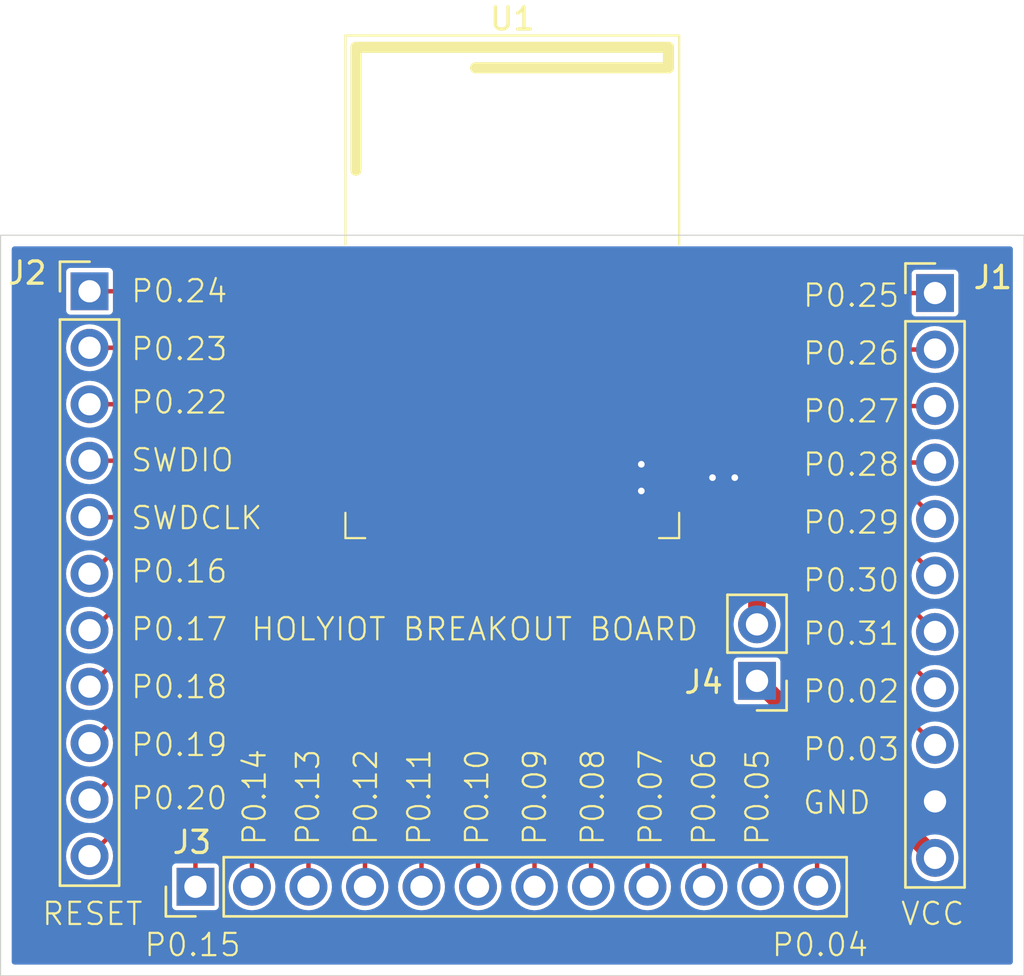
<source format=kicad_pcb>
(kicad_pcb (version 20240108) (generator "pcbnew") (generator_version "8.0")
  (layers (0 "F.Cu" signal) (31 "B.Cu" signal) (34 "B.Paste" user) (35 "F.Paste" user) (36 "B.SilkS" user "B.Silkscreen") (37 "F.SilkS" user "F.Silkscreen") (38 "B.Mask" user) (39 "F.Mask" user) (44 "Edge.Cuts" user))
  (net 0 "")
  (net 1 "/P0.31")
  (net 2 "/P0.28")
  (net 3 "/P0.25")
  (net 4 "/P0.02")
  (net 5 "/GND")
  (net 6 "/VCC")
  (net 7 "/P0.03")
  (net 8 "/P0.26")
  (net 9 "/P0.29")
  (net 10 "/P0.30")
  (net 11 "/P0.27")
  (net 12 "/P0.19")
  (net 13 "/P0.18")
  (net 14 "/SWDIO")
  (net 15 "/P0.24")
  (net 16 "/P0.23")
  (net 17 "/P0.17")
  (net 18 "/SWDCLK")
  (net 19 "/P0.20")
  (net 20 "/P0.21{slash}RESET")
  (net 21 "/P0.16")
  (net 22 "/P0.22")
  (net 23 "/P0.04")
  (net 24 "/P0.11")
  (net 25 "/P0.14")
  (net 26 "/P0.07")
  (net 27 "/P0.09")
  (net 28 "/P0.10")
  (net 29 "/P0.15")
  (net 30 "/P0.08")
  (net 31 "/P0.05")
  (net 32 "/P0.12")
  (net 33 "/P0.13")
  (net 34 "/P0.06")
  (net 35 "Net-(J4-Pin_2)")
  (footprint "Connector_PinHeader_2.54mm:PinHeader_1x11_P2.54mm_Vertical" (layer "F.Cu") (at 162 101.3)
    (property "Reference" "J1" (at 2.6 -0.7 0) (layer "F.SilkS"))
    (property "Value" "HD11")
    (fp_line (start -1.33 -1.33) (end 0 -1.33) (stroke (width 0.12)) (layer "F.SilkS"))
    (fp_line (start -1.33 0) (end -1.33 -1.33) (stroke (width 0.12)) (layer "F.SilkS"))
    (fp_line (start -1.33 1.27) (end -1.33 26.73) (stroke (width 0.12)) (layer "F.SilkS"))
    (fp_line (start -1.33 1.27) (end 1.33 1.27) (stroke (width 0.12)) (layer "F.SilkS"))
    (fp_line (start -1.33 26.73) (end 1.33 26.73) (stroke (width 0.12)) (layer "F.SilkS"))
    (fp_line (start 1.33 1.27) (end 1.33 26.73) (stroke (width 0.12)) (layer "F.SilkS"))
    (pad "1" thru_hole rect (at 0 0) (size 1.7 1.7) (drill 1) (layers "*.Cu" "*.Mask") (net 3 "/P0.25"))
    (pad "2" thru_hole oval (at 0 2.54) (size 1.7 1.7) (drill 1) (layers "*.Cu" "*.Mask") (net 8 "/P0.26"))
    (pad "3" thru_hole oval (at 0 5.08) (size 1.7 1.7) (drill 1) (layers "*.Cu" "*.Mask") (net 11 "/P0.27"))
    (pad "4" thru_hole oval (at 0 7.62) (size 1.7 1.7) (drill 1) (layers "*.Cu" "*.Mask") (net 2 "/P0.28"))
    (pad "5" thru_hole oval (at 0 10.16) (size 1.7 1.7) (drill 1) (layers "*.Cu" "*.Mask") (net 9 "/P0.29"))
    (pad "6" thru_hole oval (at 0 12.7) (size 1.7 1.7) (drill 1) (layers "*.Cu" "*.Mask") (net 10 "/P0.30"))
    (pad "7" thru_hole oval (at 0 15.24) (size 1.7 1.7) (drill 1) (layers "*.Cu" "*.Mask") (net 1 "/P0.31"))
    (pad "8" thru_hole oval (at 0 17.78) (size 1.7 1.7) (drill 1) (layers "*.Cu" "*.Mask") (net 4 "/P0.02"))
    (pad "9" thru_hole oval (at 0 20.32) (size 1.7 1.7) (drill 1) (layers "*.Cu" "*.Mask") (net 7 "/P0.03"))
    (pad "10" thru_hole oval (at 0 22.86) (size 1.7 1.7) (drill 1) (layers "*.Cu" "*.Mask") (net 5 "/GND"))
    (pad "11" thru_hole oval (at 0 25.4) (size 1.7 1.7) (drill 1) (layers "*.Cu" "*.Mask") (net 6 "/VCC"))
  )
  (footprint "Connector_PinHeader_2.54mm:PinHeader_1x02_P2.54mm_Vertical" (layer "F.Cu") (at 154 118.74 180)
    (property "Reference" "J4" (at 2.4 -0.06 180) (layer "F.SilkS"))
    (property "Value" "HD2")
    (fp_line (start 1.33 1.27) (end 1.33 3.87) (stroke (width 0.12)) (layer "F.SilkS"))
    (fp_line (start -1.33 3.87) (end 1.33 3.87) (stroke (width 0.12)) (layer "F.SilkS"))
    (fp_line (start -1.33 1.27) (end 1.33 1.27) (stroke (width 0.12)) (layer "F.SilkS"))
    (fp_line (start -1.33 1.27) (end -1.33 3.87) (stroke (width 0.12)) (layer "F.SilkS"))
    (fp_line (start -1.33 0) (end -1.33 -1.33) (stroke (width 0.12)) (layer "F.SilkS"))
    (fp_line (start -1.33 -1.33) (end 0 -1.33) (stroke (width 0.12)) (layer "F.SilkS"))
    (pad "1" thru_hole rect (at 0 0 180) (size 1.7 1.7) (drill 1) (layers "*.Cu" "*.Mask") (net 6 "/VCC"))
    (pad "2" thru_hole oval (at 0 2.54 180) (size 1.7 1.7) (drill 1) (layers "*.Cu" "*.Mask") (net 35 "Net-(J4-Pin_2)"))
  )
  (footprint "pcb_footprint:holyiot-21043-nrf52810" (layer "F.Cu") (at 143 106)
    (property "Reference" "U1" (at 0 -17.03 0) (layer "F.SilkS"))
    (property "Value" "~")
    (fp_line (start -7.50001 -16.28) (end 7.50001 -16.28) (stroke (width 0.1)) (layer "F.SilkS"))
    (fp_line (start -7.50001 -6.882) (end -7.50001 -16.28) (stroke (width 0.1)) (layer "F.SilkS"))
    (fp_line (start -7.50001 6.32) (end -7.50001 5.183) (stroke (width 0.1)) (layer "F.SilkS"))
    (fp_line (start -7.50001 6.32) (end -6.61101 6.32) (stroke (width 0.1)) (layer "F.SilkS"))
    (fp_line (start -7.02499 -15.75) (end 7.01999 -15.75) (stroke (width 0.5)) (layer "F.SilkS"))
    (fp_line (start -7.02499 -10.225) (end -7.02499 -15.75) (stroke (width 0.5)) (layer "F.SilkS"))
    (fp_line (start -1.65001 -14.83) (end 7.01999 -14.83) (stroke (width 0.5)) (layer "F.SilkS"))
    (fp_line (start 6.59699 6.32) (end 7.50001 6.32) (stroke (width 0.1)) (layer "F.SilkS"))
    (fp_line (start 7.01999 -14.83) (end 7.01999 -15.75) (stroke (width 0.5)) (layer "F.SilkS"))
    (fp_line (start 7.50001 -6.882) (end 7.50001 -16.28) (stroke (width 0.1)) (layer "F.SilkS"))
    (fp_line (start 7.50001 6.32) (end 7.50001 5.183) (stroke (width 0.1)) (layer "F.SilkS"))
    (pad "1" smd rect (at 7.50001 -6.32 90) (size 0.85 1.5) (layers "F.Cu" "F.Paste" "F.Mask") (net 3 "/P0.25"))
    (pad "2" smd rect (at 7.50001 -5.22 90) (size 0.85 1.5) (layers "F.Cu" "F.Paste" "F.Mask") (net 8 "/P0.26"))
    (pad "3" smd rect (at 7.50001 -4.12 90) (size 0.85 1.5) (layers "F.Cu" "F.Paste" "F.Mask") (net 11 "/P0.27"))
    (pad "4" smd rect (at 7.50001 -3.02 90) (size 0.85 1.5) (layers "F.Cu" "F.Paste" "F.Mask") (net 2 "/P0.28"))
    (pad "5" smd rect (at 7.50001 -1.92 90) (size 0.85 1.5) (layers "F.Cu" "F.Paste" "F.Mask") (net 9 "/P0.29"))
    (pad "6" smd rect (at 7.50001 -0.82 90) (size 0.85 1.5) (layers "F.Cu" "F.Paste" "F.Mask") (net 10 "/P0.30"))
    (pad "7" smd rect (at 7.50001 0.28 90) (size 0.85 1.5) (layers "F.Cu" "F.Paste" "F.Mask") (net 1 "/P0.31"))
    (pad "8" smd rect (at 7.50001 1.38 90) (size 0.85 1.5) (layers "F.Cu" "F.Paste" "F.Mask") (net 4 "/P0.02"))
    (pad "9" smd rect (at 7.50001 2.48 90) (size 0.85 1.5) (layers "F.Cu" "F.Paste" "F.Mask") (net 7 "/P0.03"))
    (pad "10" smd rect (at 7.50001 3.58 90) (size 0.85 1.5) (layers "F.Cu" "F.Paste" "F.Mask") (net 5 "/GND"))
    (pad "11" smd rect (at 7.50001 4.68 90) (size 0.85 1.5) (layers "F.Cu" "F.Paste" "F.Mask") (net 35 "Net-(J4-Pin_2)"))
    (pad "12" smd rect (at 6.05001 6.32) (size 0.85 1.5) (layers "F.Cu" "F.Paste" "F.Mask") (net 23 "/P0.04"))
    (pad "13" smd rect (at 4.95001 6.32) (size 0.85 1.5) (layers "F.Cu" "F.Paste" "F.Mask") (net 31 "/P0.05"))
    (pad "14" smd rect (at 3.85001 6.32) (size 0.85 1.5) (layers "F.Cu" "F.Paste" "F.Mask") (net 34 "/P0.06"))
    (pad "15" smd rect (at 2.75001 6.32) (size 0.85 1.5) (layers "F.Cu" "F.Paste" "F.Mask") (net 26 "/P0.07"))
    (pad "16" smd rect (at 1.65001 6.32) (size 0.85 1.5) (layers "F.Cu" "F.Paste" "F.Mask") (net 30 "/P0.08"))
    (pad "17" smd rect (at 0.55001 6.32) (size 0.85 1.5) (layers "F.Cu" "F.Paste" "F.Mask") (net 27 "/P0.09"))
    (pad "18" smd rect (at -0.55 6.32) (size 0.85 1.5) (layers "F.Cu" "F.Paste" "F.Mask") (net 28 "/P0.10"))
    (pad "19" smd rect (at -1.65 6.32) (size 0.85 1.5) (layers "F.Cu" "F.Paste" "F.Mask") (net 24 "/P0.11"))
    (pad "20" smd rect (at -2.74999 6.32) (size 0.85 1.5) (layers "F.Cu" "F.Paste" "F.Mask") (net 32 "/P0.12"))
    (pad "21" smd rect (at -3.84999 6.32) (size 0.85 1.5) (layers "F.Cu" "F.Paste" "F.Mask") (net 33 "/P0.13"))
    (pad "22" smd rect (at -4.94999 6.32) (size 0.85 1.5) (layers "F.Cu" "F.Paste" "F.Mask") (net 25 "/P0.14"))
    (pad "23" smd rect (at -6.05 6.32) (size 0.85 1.5) (layers "F.Cu" "F.Paste" "F.Mask") (net 29 "/P0.15"))
    (pad "24" smd rect (at -7.50001 4.68 270) (size 0.85 1.5) (layers "F.Cu" "F.Paste" "F.Mask") (net 20 "/P0.21{slash}RESET"))
    (pad "25" smd rect (at -7.50001 3.58 270) (size 0.85 1.5) (layers "F.Cu" "F.Paste" "F.Mask") (net 19 "/P0.20"))
    (pad "26" smd rect (at -7.50001 2.48 270) (size 0.85 1.5) (layers "F.Cu" "F.Paste" "F.Mask") (net 12 "/P0.19"))
    (pad "27" smd rect (at -7.50001 1.38 270) (size 0.85 1.5) (layers "F.Cu" "F.Paste" "F.Mask") (net 13 "/P0.18"))
    (pad "28" smd rect (at -7.50001 0.28 270) (size 0.85 1.5) (layers "F.Cu" "F.Paste" "F.Mask") (net 17 "/P0.17"))
    (pad "29" smd rect (at -7.50001 -0.82 270) (size 0.85 1.5) (layers "F.Cu" "F.Paste" "F.Mask") (net 21 "/P0.16"))
    (pad "30" smd rect (at -7.50001 -1.92 270) (size 0.85 1.5) (layers "F.Cu" "F.Paste" "F.Mask") (net 18 "/SWDCLK"))
    (pad "31" smd rect (at -7.50001 -3.02 270) (size 0.85 1.5) (layers "F.Cu" "F.Paste" "F.Mask") (net 14 "/SWDIO"))
    (pad "32" smd rect (at -7.50001 -4.12 270) (size 0.85 1.5) (layers "F.Cu" "F.Paste" "F.Mask") (net 22 "/P0.22"))
    (pad "33" smd rect (at -7.50001 -5.22 270) (size 0.85 1.5) (layers "F.Cu" "F.Paste" "F.Mask") (net 16 "/P0.23"))
    (pad "34" smd rect (at -7.50001 -6.32 270) (size 0.85 1.5) (layers "F.Cu" "F.Paste" "F.Mask") (net 15 "/P0.24"))
  )
  (footprint "Connector_PinHeader_2.54mm:PinHeader_1x11_P2.54mm_Vertical" (layer "F.Cu") (at 124 101.22)
    (property "Reference" "J2" (at -2.8 -0.82 0) (layer "F.SilkS"))
    (property "Value" "HD11")
    (fp_line (start -1.33 -1.33) (end 0 -1.33) (stroke (width 0.12)) (layer "F.SilkS"))
    (fp_line (start -1.33 0) (end -1.33 -1.33) (stroke (width 0.12)) (layer "F.SilkS"))
    (fp_line (start -1.33 1.27) (end -1.33 26.73) (stroke (width 0.12)) (layer "F.SilkS"))
    (fp_line (start -1.33 1.27) (end 1.33 1.27) (stroke (width 0.12)) (layer "F.SilkS"))
    (fp_line (start -1.33 26.73) (end 1.33 26.73) (stroke (width 0.12)) (layer "F.SilkS"))
    (fp_line (start 1.33 1.27) (end 1.33 26.73) (stroke (width 0.12)) (layer "F.SilkS"))
    (pad "1" thru_hole rect (at 0 0) (size 1.7 1.7) (drill 1) (layers "*.Cu" "*.Mask") (net 15 "/P0.24"))
    (pad "2" thru_hole oval (at 0 2.54) (size 1.7 1.7) (drill 1) (layers "*.Cu" "*.Mask") (net 16 "/P0.23"))
    (pad "3" thru_hole oval (at 0 5.08) (size 1.7 1.7) (drill 1) (layers "*.Cu" "*.Mask") (net 22 "/P0.22"))
    (pad "4" thru_hole oval (at 0 7.62) (size 1.7 1.7) (drill 1) (layers "*.Cu" "*.Mask") (net 14 "/SWDIO"))
    (pad "5" thru_hole oval (at 0 10.16) (size 1.7 1.7) (drill 1) (layers "*.Cu" "*.Mask") (net 18 "/SWDCLK"))
    (pad "6" thru_hole oval (at 0 12.7) (size 1.7 1.7) (drill 1) (layers "*.Cu" "*.Mask") (net 21 "/P0.16"))
    (pad "7" thru_hole oval (at 0 15.24) (size 1.7 1.7) (drill 1) (layers "*.Cu" "*.Mask") (net 17 "/P0.17"))
    (pad "8" thru_hole oval (at 0 17.78) (size 1.7 1.7) (drill 1) (layers "*.Cu" "*.Mask") (net 13 "/P0.18"))
    (pad "9" thru_hole oval (at 0 20.32) (size 1.7 1.7) (drill 1) (layers "*.Cu" "*.Mask") (net 12 "/P0.19"))
    (pad "10" thru_hole oval (at 0 22.86) (size 1.7 1.7) (drill 1) (layers "*.Cu" "*.Mask") (net 19 "/P0.20"))
    (pad "11" thru_hole oval (at 0 25.4) (size 1.7 1.7) (drill 1) (layers "*.Cu" "*.Mask") (net 20 "/P0.21{slash}RESET"))
  )
  (footprint "Connector_PinHeader_2.54mm:PinHeader_1x12_P2.54mm_Vertical" (layer "F.Cu") (at 128.76 128 90)
    (property "Reference" "J3" (at 2 -0.16 0) (layer "F.SilkS"))
    (property "Value" "HD12")
    (fp_line (start -1.33 -1.33) (end 0 -1.33) (stroke (width 0.12)) (layer "F.SilkS"))
    (fp_line (start -1.33 0) (end -1.33 -1.33) (stroke (width 0.12)) (layer "F.SilkS"))
    (fp_line (start 1.33 1.27) (end 1.33 29.27) (stroke (width 0.12)) (layer "F.SilkS"))
    (fp_line (start -1.33 1.27) (end 1.33 1.27) (stroke (width 0.12)) (layer "F.SilkS"))
    (fp_line (start -1.33 1.27) (end -1.33 29.27) (stroke (width 0.12)) (layer "F.SilkS"))
    (fp_line (start -1.33 29.27) (end 1.33 29.27) (stroke (width 0.12)) (layer "F.SilkS"))
    (pad "1" thru_hole rect (at 0 0 90) (size 1.7 1.7) (drill 1) (layers "*.Cu" "*.Mask") (net 29 "/P0.15"))
    (pad "2" thru_hole oval (at 0 2.54 90) (size 1.7 1.7) (drill 1) (layers "*.Cu" "*.Mask") (net 25 "/P0.14"))
    (pad "3" thru_hole oval (at 0 5.08 90) (size 1.7 1.7) (drill 1) (layers "*.Cu" "*.Mask") (net 33 "/P0.13"))
    (pad "4" thru_hole oval (at 0 7.62 90) (size 1.7 1.7) (drill 1) (layers "*.Cu" "*.Mask") (net 32 "/P0.12"))
    (pad "5" thru_hole oval (at 0 10.16 90) (size 1.7 1.7) (drill 1) (layers "*.Cu" "*.Mask") (net 24 "/P0.11"))
    (pad "6" thru_hole oval (at 0 12.7 90) (size 1.7 1.7) (drill 1) (layers "*.Cu" "*.Mask") (net 28 "/P0.10"))
    (pad "7" thru_hole oval (at 0 15.24 90) (size 1.7 1.7) (drill 1) (layers "*.Cu" "*.Mask") (net 27 "/P0.09"))
    (pad "8" thru_hole oval (at 0 17.78 90) (size 1.7 1.7) (drill 1) (layers "*.Cu" "*.Mask") (net 30 "/P0.08"))
    (pad "9" thru_hole oval (at 0 20.32 90) (size 1.7 1.7) (drill 1) (layers "*.Cu" "*.Mask") (net 26 "/P0.07"))
    (pad "10" thru_hole oval (at 0 22.86 90) (size 1.7 1.7) (drill 1) (layers "*.Cu" "*.Mask") (net 34 "/P0.06"))
    (pad "11" thru_hole oval (at 0 25.4 90) (size 1.7 1.7) (drill 1) (layers "*.Cu" "*.Mask") (net 31 "/P0.05"))
    (pad "12" thru_hole oval (at 0 27.94 90) (size 1.7 1.7) (drill 1) (layers "*.Cu" "*.Mask") (net 23 "/P0.04"))
  )
  (gr_rect (start 120 98.7) (end 166 132) (stroke (width 0.05)) (fill none) (layer "Edge.Cuts"))
  (gr_text "SWDCLK" (at 125.8 112 0) (layer "F.SilkS") (effects (font (size 1 1) (thickness 0.1)) (justify left bottom)))
  (gr_text "P0.10" (at 142 126.2 90) (layer "F.SilkS") (effects (font (size 1 1) (thickness 0.1)) (justify left bottom)))
  (gr_text "P0.29" (at 156 112.2 0) (layer "F.SilkS") (effects (font (size 1 1) (thickness 0.1)) (justify left bottom)))
  (gr_text "P0.12" (at 137 126.2 90) (layer "F.SilkS") (effects (font (size 1 1) (thickness 0.1)) (justify left bottom)))
  (gr_text "P0.06" (at 152.2 126.2 90) (layer "F.SilkS") (effects (font (size 1 1) (thickness 0.1)) (justify left bottom)))
  (gr_text "GND" (at 156 124.8 0) (layer "F.SilkS") (effects (font (size 1 1) (thickness 0.1)) (justify left bottom)))
  (gr_text "P0.23" (at 125.8 104.4 0) (layer "F.SilkS") (effects (font (size 1 1) (thickness 0.1)) (justify left bottom)))
  (gr_text "P0.26" (at 156 104.6 0) (layer "F.SilkS") (effects (font (size 1 1) (thickness 0.1)) (justify left bottom)))
  (gr_text "P0.07" (at 149.8 126.2 90) (layer "F.SilkS") (effects (font (size 1 1) (thickness 0.1)) (justify left bottom)))
  (gr_text "P0.09" (at 144.6 126.2 90) (layer "F.SilkS") (effects (font (size 1 1) (thickness 0.1)) (justify left bottom)))
  (gr_text "P0.20" (at 125.8 124.6 0) (layer "F.SilkS") (effects (font (size 1 1) (thickness 0.1)) (justify left bottom)))
  (gr_text "P0.22" (at 125.8 106.8 0) (layer "F.SilkS") (effects (font (size 1 1) (thickness 0.1)) (justify left bottom)))
  (gr_text "P0.08" (at 147.2 126.2 90) (layer "F.SilkS") (effects (font (size 1 1) (thickness 0.1)) (justify left bottom)))
  (gr_text "P0.02" (at 156 119.8 0) (layer "F.SilkS") (effects (font (size 1 1) (thickness 0.1)) (justify left bottom)))
  (gr_text "P0.27" (at 156 107.2 0) (layer "F.SilkS") (effects (font (size 1 1) (thickness 0.1)) (justify left bottom)))
  (gr_text "P0.05" (at 154.6 126.2 90) (layer "F.SilkS") (effects (font (size 1 1) (thickness 0.1)) (justify left bottom)))
  (gr_text "P0.25" (at 156 102 0) (layer "F.SilkS") (effects (font (size 1 1) (thickness 0.1)) (justify left bottom)))
  (gr_text "P0.11" (at 139.4 126.2 90) (layer "F.SilkS") (effects (font (size 1 1) (thickness 0.1)) (justify left bottom)))
  (gr_text "HOLYIOT BREAKOUT BOARD" (at 131.2 117 0) (layer "F.SilkS") (effects (font (size 1 1) (thickness 0.1)) (justify left bottom)))
  (gr_text "P0.03" (at 156 122.4 0) (layer "F.SilkS") (effects (font (size 1 1) (thickness 0.1)) (justify left bottom)))
  (gr_text "P0.28" (at 156 109.6 0) (layer "F.SilkS") (effects (font (size 1 1) (thickness 0.1)) (justify left bottom)))
  (gr_text "P0.18" (at 125.8 119.6 0) (layer "F.SilkS") (effects (font (size 1 1) (thickness 0.1)) (justify left bottom)))
  (gr_text "P0.19" (at 125.8 122.2 0) (layer "F.SilkS") (effects (font (size 1 1) (thickness 0.1)) (justify left bottom)))
  (gr_text "P0.04" (at 154.6 131.2 0) (layer "F.SilkS") (effects (font (size 1 1) (thickness 0.1)) (justify left bottom)))
  (gr_text "SWDIO" (at 125.8 109.4 0) (layer "F.SilkS") (effects (font (size 1 1) (thickness 0.1)) (justify left bottom)))
  (gr_text "P0.24" (at 125.8 101.8 0) (layer "F.SilkS") (effects (font (size 1 1) (thickness 0.1)) (justify left bottom)))
  (gr_text "P0.15" (at 126.4 131.2 0) (layer "F.SilkS") (effects (font (size 1 1) (thickness 0.1)) (justify left bottom)))
  (gr_text "P0.31" (at 156 117.2 0) (layer "F.SilkS") (effects (font (size 1 1) (thickness 0.1)) (justify left bottom)))
  (gr_text "VCC" (at 160.4 129.8 0) (layer "F.SilkS") (effects (font (size 1 1) (thickness 0.1)) (justify left bottom)))
  (gr_text "P0.30" (at 156 114.8 0) (layer "F.SilkS") (effects (font (size 1 1) (thickness 0.1)) (justify left bottom)))
  (gr_text "P0.13" (at 134.4 126.2 90) (layer "F.SilkS") (effects (font (size 1 1) (thickness 0.1)) (justify left bottom)))
  (gr_text "RESET" (at 121.8 129.8 0) (layer "F.SilkS") (effects (font (size 1 1) (thickness 0.1)) (justify left bottom)))
  (gr_text "P0.14" (at 132 126.2 90) (layer "F.SilkS") (effects (font (size 1 1) (thickness 0.1)) (justify left bottom)))
  (gr_text "P0.16" (at 125.8 114.4 0) (layer "F.SilkS") (effects (font (size 1 1) (thickness 0.1)) (justify left bottom)))
  (gr_text "P0.17" (at 125.8 117 0) (layer "F.SilkS") (effects (font (size 1 1) (thickness 0.1)) (justify left bottom)))
  (segment (start 154.68 106.28) (end 158.8 110.4) (width 0.2) (layer "F.Cu") (net 1))
  (segment (start 150.50001 106.28) (end 154.68 106.28) (width 0.2) (layer "F.Cu") (net 1))
  (segment (start 158.8 110.4) (end 158.8 113.34) (width 0.2) (layer "F.Cu") (net 1))
  (segment (start 158.8 113.34) (end 162 116.54) (width 0.2) (layer "F.Cu") (net 1))
  (segment (start 154.58 102.98) (end 160.52 108.92) (width 0.2) (layer "F.Cu") (net 2))
  (segment (start 160.52 108.92) (end 162 108.92) (width 0.2) (layer "F.Cu") (net 2))
  (segment (start 150.50001 102.98) (end 154.58 102.98) (width 0.2) (layer "F.Cu") (net 2))
  (segment (start 156.5 101.3) (end 162 101.3) (width 0.2) (layer "F.Cu") (net 3))
  (segment (start 154.88 99.68) (end 156.5 101.3) (width 0.2) (layer "F.Cu") (net 3))
  (segment (start 150.50001 99.68) (end 154.88 99.68) (width 0.2) (layer "F.Cu") (net 3))
  (segment (start 154.78 107.38) (end 158.2 110.8) (width 0.2) (layer "F.Cu") (net 4))
  (segment (start 150.50001 107.38) (end 154.78 107.38) (width 0.2) (layer "F.Cu") (net 4))
  (segment (start 158.2 110.8) (end 158.2 115.28) (width 0.2) (layer "F.Cu") (net 4))
  (segment (start 158.2 115.28) (end 162 119.08) (width 0.2) (layer "F.Cu") (net 4))
  (segment (start 153.8 109.6) (end 153 109.6) (width 0.8) (layer "F.Cu") (net 5))
  (segment (start 156.4 118.56) (end 156.4 112.2) (width 0.8) (layer "F.Cu") (net 5))
  (segment (start 156.4 112.2) (end 153.8 109.6) (width 0.8) (layer "F.Cu") (net 5))
  (segment (start 162 124.16) (end 156.4 118.56) (width 0.8) (layer "F.Cu") (net 5))
  (via (at 153 109.6) (size 0.6) (drill 0.3) (layers "F.Cu" "B.Cu") (net 5))
  (via (at 148.8 110.2) (size 0.6) (drill 0.3) (layers "F.Cu" "B.Cu") (net 5))
  (via (at 152 109.6) (size 0.6) (drill 0.3) (layers "F.Cu" "B.Cu") (net 5))
  (via (at 148.8 109) (size 0.6) (drill 0.3) (layers "F.Cu" "B.Cu") (net 5))
  (segment (start 154 118.74) (end 154.04 118.74) (width 0.8) (layer "F.Cu") (net 6))
  (segment (start 154.04 118.74) (end 162 126.7) (width 0.8) (layer "F.Cu") (net 6))
  (segment (start 157.6 111.2) (end 157.6 115.6) (width 0.2) (layer "F.Cu") (net 7))
  (segment (start 150.50001 108.48) (end 154.88 108.48) (width 0.2) (layer "F.Cu") (net 7))
  (segment (start 154.88 108.48) (end 157.6 111.2) (width 0.2) (layer "F.Cu") (net 7))
  (segment (start 160.2 118.2) (end 160.2 119.82) (width 0.2) (layer "F.Cu") (net 7))
  (segment (start 157.6 115.6) (end 160.2 118.2) (width 0.2) (layer "F.Cu") (net 7))
  (segment (start 160.2 119.82) (end 162 121.62) (width 0.2) (layer "F.Cu") (net 7))
  (segment (start 157.84 103.84) (end 162 103.84) (width 0.2) (layer "F.Cu") (net 8))
  (segment (start 150.50001 100.78) (end 154.78 100.78) (width 0.2) (layer "F.Cu") (net 8))
  (segment (start 154.78 100.78) (end 157.84 103.84) (width 0.2) (layer "F.Cu") (net 8))
  (segment (start 150.50001 104.08) (end 154.62 104.08) (width 0.2) (layer "F.Cu") (net 9))
  (segment (start 154.62 104.08) (end 162 111.46) (width 0.2) (layer "F.Cu") (net 9))
  (segment (start 154.58 105.18) (end 159.4 110) (width 0.2) (layer "F.Cu") (net 10))
  (segment (start 159.4 111.4) (end 162 114) (width 0.2) (layer "F.Cu") (net 10))
  (segment (start 150.50001 105.18) (end 154.58 105.18) (width 0.2) (layer "F.Cu") (net 10))
  (segment (start 159.4 110) (end 159.4 111.4) (width 0.2) (layer "F.Cu") (net 10))
  (segment (start 150.50001 101.88) (end 154.68 101.88) (width 0.2) (layer "F.Cu") (net 11))
  (segment (start 154.68 101.88) (end 159.18 106.38) (width 0.2) (layer "F.Cu") (net 11))
  (segment (start 159.18 106.38) (end 162 106.38) (width 0.2) (layer "F.Cu") (net 11))
  (segment (start 135.49999 108.48) (end 133.12 108.48) (width 0.2) (layer "F.Cu") (net 12))
  (segment (start 128.2 113.4) (end 128.2 117.34) (width 0.2) (layer "F.Cu") (net 12))
  (segment (start 128.2 117.34) (end 124 121.54) (width 0.2) (layer "F.Cu") (net 12))
  (segment (start 133.12 108.48) (end 128.2 113.4) (width 0.2) (layer "F.Cu") (net 12))
  (segment (start 127.2 113.2) (end 127.2 115.8) (width 0.2) (layer "F.Cu") (net 13))
  (segment (start 134.80499 107.4) (end 133 107.4) (width 0.2) (layer "F.Cu") (net 13))
  (segment (start 135.49999 107.38) (end 134.82499 107.38) (width 0.2) (layer "F.Cu") (net 13))
  (segment (start 133 107.4) (end 127.2 113.2) (width 0.2) (layer "F.Cu") (net 13))
  (segment (start 127.2 115.8) (end 124 119) (width 0.2) (layer "F.Cu") (net 13))
  (segment (start 134.82499 107.38) (end 134.80499 107.4) (width 0.2) (layer "F.Cu") (net 13))
  (segment (start 126.76 108.84) (end 124 108.84) (width 0.2) (layer "F.Cu") (net 14))
  (segment (start 132.62 102.98) (end 126.76 108.84) (width 0.2) (layer "F.Cu") (net 14))
  (segment (start 135.49999 102.98) (end 132.62 102.98) (width 0.2) (layer "F.Cu") (net 14))
  (segment (start 135.49999 99.68) (end 131.72 99.68) (width 0.2) (layer "F.Cu") (net 15))
  (segment (start 130.18 101.22) (end 124 101.22) (width 0.2) (layer "F.Cu") (net 15))
  (segment (start 131.72 99.68) (end 130.18 101.22) (width 0.2) (layer "F.Cu") (net 15))
  (segment (start 129.24 103.76) (end 124 103.76) (width 0.2) (layer "F.Cu") (net 16))
  (segment (start 135.49999 100.78) (end 132.22 100.78) (width 0.2) (layer "F.Cu") (net 16))
  (segment (start 132.22 100.78) (end 129.24 103.76) (width 0.2) (layer "F.Cu") (net 16))
  (segment (start 124.14 116.46) (end 124 116.46) (width 0.2) (layer "F.Cu") (net 17))
  (segment (start 126.2 114.4) (end 124.14 116.46) (width 0.2) (layer "F.Cu") (net 17))
  (segment (start 135.49999 106.28) (end 132.92 106.28) (width 0.2) (layer "F.Cu") (net 17))
  (segment (start 132.92 106.28) (end 126.2 113) (width 0.2) (layer "F.Cu") (net 17))
  (segment (start 126.2 113) (end 126.2 114.4) (width 0.2) (layer "F.Cu") (net 17))
  (segment (start 135.49999 104.08) (end 132.72 104.08) (width 0.2) (layer "F.Cu") (net 18))
  (segment (start 132.72 104.08) (end 125.42 111.38) (width 0.2) (layer "F.Cu") (net 18))
  (segment (start 125.42 111.38) (end 124 111.38) (width 0.2) (layer "F.Cu") (net 18))
  (segment (start 129.2 113.5) (end 129.2 118.88) (width 0.2) (layer "F.Cu") (net 19))
  (segment (start 129.2 118.88) (end 124 124.08) (width 0.2) (layer "F.Cu") (net 19))
  (segment (start 135.49999 109.58) (end 133.12 109.58) (width 0.2) (layer "F.Cu") (net 19))
  (segment (start 133.12 109.58) (end 129.2 113.5) (width 0.2) (layer "F.Cu") (net 19))
  (segment (start 133.32 110.68) (end 130.2 113.8) (width 0.2) (layer "F.Cu") (net 20))
  (segment (start 130.2 113.8) (end 130.2 120.42) (width 0.2) (layer "F.Cu") (net 20))
  (segment (start 130.2 120.42) (end 124 126.62) (width 0.2) (layer "F.Cu") (net 20))
  (segment (start 135.49999 110.68) (end 133.32 110.68) (width 0.2) (layer "F.Cu") (net 20))
  (segment (start 124.08 113.92) (end 124 113.92) (width 0.2) (layer "F.Cu") (net 21))
  (segment (start 132.82 105.18) (end 124.08 113.92) (width 0.2) (layer "F.Cu") (net 21))
  (segment (start 135.49999 105.18) (end 132.82 105.18) (width 0.2) (layer "F.Cu") (net 21))
  (segment (start 135.49999 101.88) (end 132.52 101.88) (width 0.2) (layer "F.Cu") (net 22))
  (segment (start 132.52 101.88) (end 128.1 106.3) (width 0.2) (layer "F.Cu") (net 22))
  (segment (start 128.1 106.3) (end 124 106.3) (width 0.2) (layer "F.Cu") (net 22))
  (segment (start 149.05001 116.65001) (end 156.7 124.3) (width 0.2) (layer "F.Cu") (net 23))
  (segment (start 149.05001 112.32) (end 149.05001 116.65001) (width 0.2) (layer "F.Cu") (net 23))
  (segment (start 156.7 124.3) (end 156.7 128) (width 0.2) (layer "F.Cu") (net 23))
  (segment (start 141.35 112.32) (end 141.35 119.65) (width 0.2) (layer "F.Cu") (net 24))
  (segment (start 141.35 119.65) (end 138.92 122.08) (width 0.2) (layer "F.Cu") (net 24))
  (segment (start 138.92 122.08) (end 138.92 128) (width 0.2) (layer "F.Cu") (net 24))
  (segment (start 131.3 123.5) (end 131.3 128) (width 0.2) (layer "F.Cu") (net 25))
  (segment (start 138.05001 116.74999) (end 131.3 123.5) (width 0.2) (layer "F.Cu") (net 25))
  (segment (start 138.05001 112.32) (end 138.05001 116.74999) (width 0.2) (layer "F.Cu") (net 25))
  (segment (start 145.75001 119.55001) (end 149.08 122.88) (width 0.2) (layer "F.Cu") (net 26))
  (segment (start 145.75001 112.32) (end 145.75001 119.55001) (width 0.2) (layer "F.Cu") (net 26))
  (segment (start 149.08 122.88) (end 149.08 128) (width 0.2) (layer "F.Cu") (net 26))
  (segment (start 143.55001 121.75001) (end 144 122.2) (width 0.2) (layer "F.Cu") (net 27))
  (segment (start 143.55001 112.32) (end 143.55001 121.75001) (width 0.2) (layer "F.Cu") (net 27))
  (segment (start 144 122.2) (end 144 128) (width 0.2) (layer "F.Cu") (net 27))
  (segment (start 142.45 121.75) (end 141.46 122.74) (width 0.2) (layer "F.Cu") (net 28))
  (segment (start 142.45 112.32) (end 142.45 121.75) (width 0.2) (layer "F.Cu") (net 28))
  (segment (start 141.46 122.74) (end 141.46 128) (width 0.2) (layer "F.Cu") (net 28))
  (segment (start 136.95 115.65) (end 128.8 123.8) (width 0.2) (layer "F.Cu") (net 29))
  (segment (start 128.76 124.24) (end 128.76 128) (width 0.2) (layer "F.Cu") (net 29))
  (segment (start 136.95 112.32) (end 136.95 115.65) (width 0.2) (layer "F.Cu") (net 29))
  (segment (start 128.8 123.8) (end 128.8 124.2) (width 0.2) (layer "F.Cu") (net 29))
  (segment (start 128.8 124.2) (end 128.76 124.24) (width 0.2) (layer "F.Cu") (net 29))
  (segment (start 144.65001 120.85001) (end 146.54 122.74) (width 0.2) (layer "F.Cu") (net 30))
  (segment (start 146.54 122.74) (end 146.54 128) (width 0.2) (layer "F.Cu") (net 30))
  (segment (start 144.65001 112.32) (end 144.65001 120.85001) (width 0.2) (layer "F.Cu") (net 30))
  (segment (start 154.16 123.76) (end 154.16 128) (width 0.2) (layer "F.Cu") (net 31))
  (segment (start 147.95001 117.55001) (end 154.16 123.76) (width 0.2) (layer "F.Cu") (net 31))
  (segment (start 147.95001 112.32) (end 147.95001 117.55001) (width 0.2) (layer "F.Cu") (net 31))
  (segment (start 140.25001 118.54999) (end 136.38 122.42) (width 0.2) (layer "F.Cu") (net 32))
  (segment (start 136.38 122.42) (end 136.38 128) (width 0.2) (layer "F.Cu") (net 32))
  (segment (start 140.25001 112.32) (end 140.25001 118.54999) (width 0.2) (layer "F.Cu") (net 32))
  (segment (start 139.15001 112.32) (end 139.15001 117.44999) (width 0.2) (layer "F.Cu") (net 33))
  (segment (start 133.84 122.76) (end 133.84 128) (width 0.2) (layer "F.Cu") (net 33))
  (segment (start 139.15001 117.44999) (end 133.84 122.76) (width 0.2) (layer "F.Cu") (net 33))
  (segment (start 146.85001 118.65001) (end 151.62 123.42) (width 0.2) (layer "F.Cu") (net 34))
  (segment (start 146.85001 112.32) (end 146.85001 118.65001) (width 0.2) (layer "F.Cu") (net 34))
  (segment (start 151.62 123.42) (end 151.62 128) (width 0.2) (layer "F.Cu") (net 34))
  (segment (start 154 112.4) (end 154 116.2) (width 0.8) (layer "F.Cu") (net 35))
  (segment (start 150.50001 110.68) (end 152.28 110.68) (width 0.8) (layer "F.Cu") (net 35))
  (segment (start 152.28 110.68) (end 154 112.4) (width 0.8) (layer "F.Cu") (net 35))
  (zone (net 5) (net_name "/GND") (layer "F.Cu") (priority 10) (connect_pads yes (clearance 0.2)) (min_thickness 0.25) (fill yes (thermal_gap 0.5) (thermal_bridge_width 0.5))
    (polygon (pts (xy 151.2 109.2) (xy 153.6 109.2) (xy 153.6 110) (xy 149.2 110) (xy 149.2 110.6) (xy 149 110.6) (xy 148.4 110.6) (xy 148.4 108.6) (xy 149.2 108.6) (xy 149.2 109.2)))
  )
  (zone (net 5) (net_name "/GND") (layer "B.Cu") (connect_pads yes (clearance 0.2)) (min_thickness 0.25) (fill yes (thermal_gap 0.5) (thermal_bridge_width 0.5))
    (polygon (pts (xy 120.2 99.2) (xy 165.8 99.2) (xy 165.8 131.8) (xy 120.2 131.8)))
  )
)
</source>
